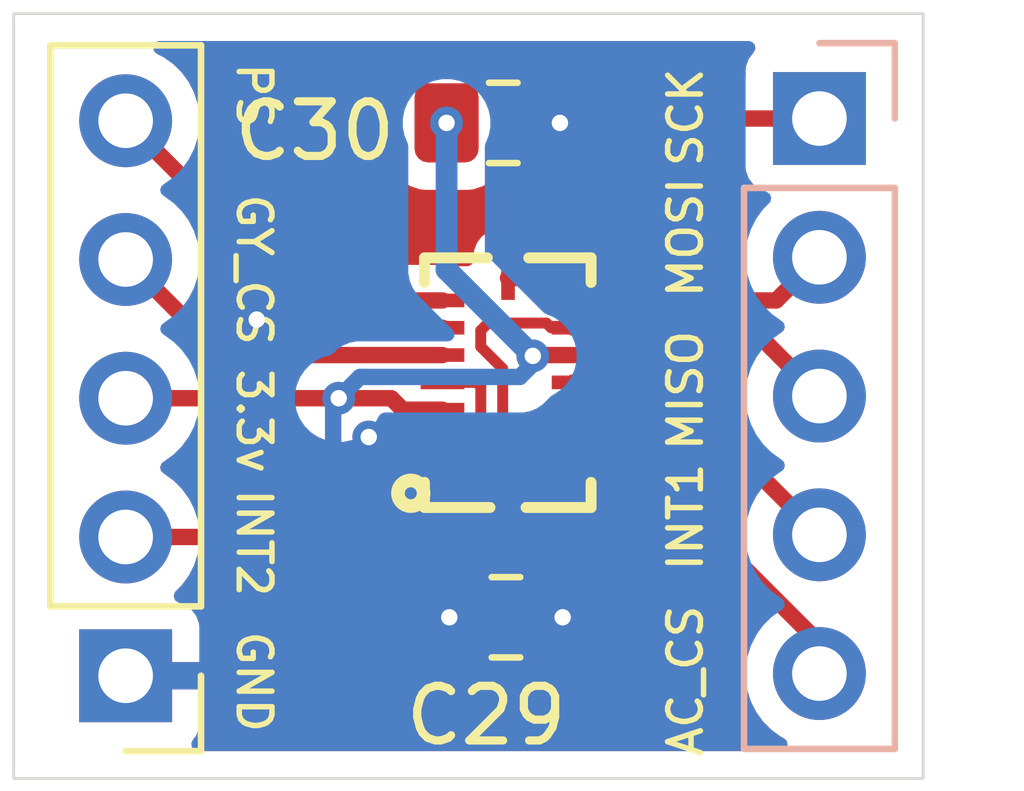
<source format=kicad_pcb>
(kicad_pcb (version 20241229) (generator "pcbnew") (generator_version "9.0")
  (layers (0 "F.Cu" signal) (2 "B.Cu" signal) (13 "F.Paste" user) (15 "B.Paste" user) (5 "F.SilkS" user "F.Silkscreen") (7 "B.SilkS" user "B.Silkscreen") (1 "F.Mask" user) (3 "B.Mask" user) (25 "Edge.Cuts" user))
  (net 0 "")
  (net 1 "GND")
  (net 2 "+3.3V")
  (net 3 "BMI088_GYRO_CS")
  (net 4 "BMI088_MOSI")
  (net 5 "BMI088_MISO")
  (net 6 "BMI088_SCLK")
  (net 7 "BMI088_ACCEL_CS")
  (net 8 "BMI088_ACCEL_INT")
  (net 9 "BMI088_GYRO_INT")
  (net 10 "PS")
  (footprint "Connector_PinHeader_2.54mm:PinHeader_1x05_P2.54mm_Vertical" (layer "F.Cu") (at 159.8 92.87 180)
    (property "Reference" "J4" (hide yes))
    (property "Value" "Conn_01x05_Pin" (hide yes))
    (fp_line (start 1.38 1.27) (end 1.38 11.54) (stroke (width 0.12)) (layer "F.SilkS"))
    (fp_line (start -1.38 11.54) (end 1.38 11.54) (stroke (width 0.12)) (layer "F.SilkS"))
    (fp_line (start -1.38 1.27) (end 1.38 1.27) (stroke (width 0.12)) (layer "F.SilkS"))
    (fp_line (start -1.38 1.27) (end -1.38 11.54) (stroke (width 0.12)) (layer "F.SilkS"))
    (fp_line (start -1.38 0) (end -1.38 -1.38) (stroke (width 0.12)) (layer "F.SilkS"))
    (fp_line (start -1.38 -1.38) (end 0 -1.38) (stroke (width 0.12)) (layer "F.SilkS"))
    (pad "1" thru_hole rect (at 0 0 180) (size 1.7 1.7) (drill 1) (layers "*.Cu" "*.Mask") (net 1 "GND"))
    (pad "2" thru_hole circle (at 0 2.54 180) (size 1.7 1.7) (drill 1) (layers "*.Cu" "*.Mask") (net 8 "BMI088_ACCEL_INT"))
    (pad "3" thru_hole circle (at 0 5.08 180) (size 1.7 1.7) (drill 1) (layers "*.Cu" "*.Mask") (net 2 "+3.3V"))
    (pad "4" thru_hole circle (at 0 7.62 180) (size 1.7 1.7) (drill 1) (layers "*.Cu" "*.Mask") (net 3 "BMI088_GYRO_CS"))
    (pad "5" thru_hole circle (at 0 10.16 180) (size 1.7 1.7) (drill 1) (layers "*.Cu" "*.Mask") (net 10 "PS"))
  )
  (footprint "Capacitor_SMD:C_0805_2012Metric_Pad1.18x1.45mm_HandSolder" (layer "F.Cu") (at 166.7625 91.8)
    (property "Reference" "C29" (at -0.3625 1.8 0) (layer "F.SilkS"))
    (property "Value" "100nF" (hide yes))
    (fp_line (start -0.261252 -0.735) (end 0.261252 -0.735) (stroke (width 0.12)) (layer "F.SilkS"))
    (fp_line (start -0.261252 0.735) (end 0.261252 0.735) (stroke (width 0.12)) (layer "F.SilkS"))
    (pad "1" smd roundrect (at -1.0375 0) (size 1.175 1.45) (layers "F.Cu" "F.Mask" "F.Paste") (roundrect_rratio 0.212766) (net 2 "+3.3V"))
    (pad "2" smd roundrect (at 1.0375 0) (size 1.175 1.45) (layers "F.Cu" "F.Mask" "F.Paste") (roundrect_rratio 0.212766) (net 1 "GND"))
  )
  (footprint "Capacitor_SMD:C_0805_2012Metric_Pad1.18x1.45mm_HandSolder" (layer "F.Cu") (at 166.7125 82.75)
    (property "Reference" "C30" (at -3.45 0.15 0) (layer "F.SilkS"))
    (property "Value" "100nF" (hide yes))
    (fp_line (start -0.261252 -0.735) (end 0.261252 -0.735) (stroke (width 0.12)) (layer "F.SilkS"))
    (fp_line (start -0.261252 0.735) (end 0.261252 0.735) (stroke (width 0.12)) (layer "F.SilkS"))
    (pad "1" smd roundrect (at -1.0375 0) (size 1.175 1.45) (layers "F.Cu" "F.Mask" "F.Paste") (roundrect_rratio 0.212766) (net 2 "+3.3V"))
    (pad "2" smd roundrect (at 1.0375 0) (size 1.175 1.45) (layers "F.Cu" "F.Mask" "F.Paste") (roundrect_rratio 0.212766) (net 1 "GND"))
  )
  (footprint "EasyEDA:LGA-16_L4.5-W3.0-P0.50-BL" (layer "F.Cu") (at 166.8 87.5)
    (property "Reference" "U2" (hide yes))
    (property "Value" "BMI088" (hide yes))
    (fp_line (start -1.53 -2.28) (end -0.38 -2.28) (stroke (width 0.2)) (layer "F.SilkS"))
    (fp_line (start -1.53 -2.16) (end -1.53 -2.28) (stroke (width 0.2)) (layer "F.SilkS"))
    (fp_line (start -1.53 -1.83) (end -1.53 -2.16) (stroke (width 0.2)) (layer "F.SilkS"))
    (fp_line (start -1.53 2.29) (end -1.53 1.83) (stroke (width 0.2)) (layer "F.SilkS"))
    (fp_line (start -0.33 2.29) (end -1.53 2.29) (stroke (width 0.2)) (layer "F.SilkS"))
    (fp_line (start 0.38 -2.28) (end 1.52 -2.28) (stroke (width 0.2)) (layer "F.SilkS"))
    (fp_line (start 1.52 -2.28) (end 1.52 -1.83) (stroke (width 0.2)) (layer "F.SilkS"))
    (fp_line (start 1.52 1.83) (end 1.52 2.29) (stroke (width 0.2)) (layer "F.SilkS"))
    (fp_line (start 1.52 2.29) (end 0.33 2.29) (stroke (width 0.2)) (layer "F.SilkS"))
    (fp_circle (center -1.78 2.03) (end -1.67 2.03) (stroke (width 0.25)) (fill no) (layer "F.SilkS"))
    (pad "1" smd rect (at -1.2 1.5 90) (size 0.25 0.8) (layers "F.Cu" "F.Mask" "F.Paste"))
    (pad "2" smd rect (at -1.2 1 90) (size 0.25 0.8) (layers "F.Cu" "F.Mask" "F.Paste") (net 1 "GND"))
    (pad "3" smd rect (at -1.2 0.5 90) (size 0.25 0.8) (layers "F.Cu" "F.Mask" "F.Paste") (net 2 "+3.3V"))
    (pad "4" smd rect (at -1.2 0 90) (size 0.25 0.8) (layers "F.Cu" "F.Mask" "F.Paste") (net 1 "GND"))
    (pad "5" smd rect (at -1.2 -0.5 90) (size 0.25 0.8) (layers "F.Cu" "F.Mask" "F.Paste") (net 3 "BMI088_GYRO_CS"))
    (pad "6" smd rect (at -1.2 -1 90) (size 0.25 0.8) (layers "F.Cu" "F.Mask" "F.Paste") (net 1 "GND"))
    (pad "7" smd rect (at -1.2 -1.5 90) (size 0.25 0.8) (layers "F.Cu" "F.Mask" "F.Paste") (net 10 "PS"))
    (pad "8" smd rect (at 0 -1.91 180) (size 0.25 0.8) (layers "F.Cu" "F.Mask" "F.Paste") (net 6 "BMI088_SCLK"))
    (pad "9" smd rect (at 1.2 -1.5 270) (size 0.25 0.8) (layers "F.Cu" "F.Mask" "F.Paste") (net 4 "BMI088_MOSI"))
    (pad "10" smd rect (at 1.2 -1 270) (size 0.25 0.8) (layers "F.Cu" "F.Mask" "F.Paste") (net 5 "BMI088_MISO"))
    (pad "11" smd rect (at 1.2 -0.5 270) (size 0.25 0.8) (layers "F.Cu" "F.Mask" "F.Paste") (net 2 "+3.3V"))
    (pad "12" smd rect (at 1.2 0 270) (size 0.25 0.8) (layers "F.Cu" "F.Mask" "F.Paste") (net 9 "BMI088_GYRO_INT"))
    (pad "13" smd rect (at 1.2 0.5 270) (size 0.25 0.8) (layers "F.Cu" "F.Mask" "F.Paste"))
    (pad "14" smd rect (at 1.2 1 270) (size 0.25 0.8) (layers "F.Cu" "F.Mask" "F.Paste") (net 7 "BMI088_ACCEL_CS"))
    (pad "15" smd rect (at 1.2 1.5 270) (size 0.25 0.8) (layers "F.Cu" "F.Mask" "F.Paste") (net 5 "BMI088_MISO"))
    (pad "16" smd rect (at 0 1.91) (size 0.25 0.8) (layers "F.Cu" "F.Mask" "F.Paste") (net 8 "BMI088_ACCEL_INT"))
  )
  (footprint "Connector_PinHeader_2.54mm:PinHeader_1x05_P2.54mm_Vertical" (layer "B.Cu") (at 172.5 82.67 180)
    (property "Reference" "J3" (hide yes))
    (property "Value" "Conn_01x05_Pin" (hide yes))
    (fp_line (start 1.38 -1.27) (end 1.38 -11.54) (stroke (width 0.12)) (layer "B.SilkS"))
    (fp_line (start -1.38 1.38) (end 0 1.38) (stroke (width 0.12)) (layer "B.SilkS"))
    (fp_line (start -1.38 0) (end -1.38 1.38) (stroke (width 0.12)) (layer "B.SilkS"))
    (fp_line (start -1.38 -1.27) (end 1.38 -1.27) (stroke (width 0.12)) (layer "B.SilkS"))
    (fp_line (start -1.38 -1.27) (end -1.38 -11.54) (stroke (width 0.12)) (layer "B.SilkS"))
    (fp_line (start -1.38 -11.54) (end 1.38 -11.54) (stroke (width 0.12)) (layer "B.SilkS"))
    (pad "1" thru_hole rect (at 0 0 180) (size 1.7 1.7) (drill 1) (layers "*.Cu" "*.Mask") (net 6 "BMI088_SCLK"))
    (pad "2" thru_hole circle (at 0 -2.54 180) (size 1.7 1.7) (drill 1) (layers "*.Cu" "*.Mask") (net 4 "BMI088_MOSI"))
    (pad "3" thru_hole circle (at 0 -5.08 180) (size 1.7 1.7) (drill 1) (layers "*.Cu" "*.Mask") (net 5 "BMI088_MISO"))
    (pad "4" thru_hole circle (at 0 -7.62 180) (size 1.7 1.7) (drill 1) (layers "*.Cu" "*.Mask") (net 9 "BMI088_GYRO_INT"))
    (pad "5" thru_hole circle (at 0 -10.16 180) (size 1.7 1.7) (drill 1) (layers "*.Cu" "*.Mask") (net 7 "BMI088_ACCEL_CS"))
  )
  (gr_rect (start 157.75 80.75) (end 174.4 94.75) (stroke (width 0.05)) (fill no) (layer "Edge.Cuts"))
  (gr_text "3.3v" (at 161.8 87.2 270) (layer "F.SilkS") (effects (font (size 0.6 0.6) (thickness 0.1)) (justify left bottom)))
  (gr_text "MISO" (at 170.4 88.8 90) (layer "F.SilkS") (effects (font (size 0.6 0.6) (thickness 0.1)) (justify left bottom)))
  (gr_text "AC_CS" (at 170.4 94.4 90) (layer "F.SilkS") (effects (font (size 0.6 0.6) (thickness 0.1)) (justify left bottom)))
  (gr_text "INT2" (at 161.8 89.4 270) (layer "F.SilkS") (effects (font (size 0.6 0.6) (thickness 0.1)) (justify left bottom)))
  (gr_text "SCK" (at 170.4 83.6 90) (layer "F.SilkS") (effects (font (size 0.6 0.6) (thickness 0.1)) (justify left bottom)))
  (gr_text "MOSI" (at 170.4 86 90) (layer "F.SilkS") (effects (font (size 0.6 0.6) (thickness 0.1)) (justify left bottom)))
  (gr_text "GND" (at 161.8 92 270) (layer "F.SilkS") (effects (font (size 0.6 0.6) (thickness 0.1)) (justify left bottom)))
  (gr_text "GY_CS" (at 161.8 84 270) (layer "F.SilkS") (effects (font (size 0.6 0.6) (thickness 0.1)) (justify left bottom)))
  (gr_text "INT1" (at 170.4 91 90) (layer "F.SilkS") (effects (font (size 0.6 0.6) (thickness 0.1)) (justify left bottom)))
  (gr_text "PS" (at 161.8 81.6 270) (layer "F.SilkS") (effects (font (size 0.6 0.6) (thickness 0.1)) (justify left bottom)))
  (segment (start 166.151 88.5) (end 165.6 88.5) (width 0.2) (layer "F.Cu") (net 1))
  (segment (start 162.35 86.5) (end 165.6 86.5) (width 0.3) (layer "F.Cu") (net 1))
  (segment (start 165.6 87.5) (end 166.227 87.5) (width 0.2) (layer "F.Cu") (net 1))
  (segment (start 165.6 88.5) (end 164.25 88.5) (width 0.3) (layer "F.Cu") (net 1))
  (segment (start 166.301 88.35) (end 166.151 88.5) (width 0.2) (layer "F.Cu") (net 1))
  (segment (start 162.2 86.35) (end 162.35 86.5) (width 0.3) (layer "F.Cu") (net 1))
  (segment (start 166.227 87.5) (end 166.301 87.574) (width 0.2) (layer "F.Cu") (net 1))
  (segment (start 166.301 87.574) (end 166.301 88.35) (width 0.2) (layer "F.Cu") (net 1))
  (via (at 167.8 91.8) (size 0.6) (drill 0.3) (layers "F.Cu" "B.Cu") (net 1))
  (via (at 167.75 82.75) (size 0.6) (drill 0.3) (layers "F.Cu" "B.Cu") (net 1))
  (via (at 164.25 88.5) (size 0.6) (drill 0.3) (layers "F.Cu" "B.Cu") (net 1))
  (via (at 162.2 86.35) (size 0.6) (drill 0.3) (layers "F.Cu" "B.Cu") (net 1))
  (segment (start 167.253262 87.01476) (end 167.253295 87.01476) (width 0.3) (layer "F.Cu") (net 2))
  (segment (start 164.663 87.79) (end 163.7 87.79) (width 0.3) (layer "F.Cu") (net 2))
  (segment (start 167.436019 86.986019) (end 167.45 87) (width 0.3) (layer "F.Cu") (net 2))
  (segment (start 164.873 88) (end 164.663 87.79) (width 0.3) (layer "F.Cu") (net 2))
  (segment (start 167.282036 86.986019) (end 167.436019 86.986019) (width 0.3) (layer "F.Cu") (net 2))
  (segment (start 165.6 88) (end 164.873 88) (width 0.3) (layer "F.Cu") (net 2))
  (segment (start 163.7 87.79) (end 159.8 87.79) (width 0.3) (layer "F.Cu") (net 2))
  (segment (start 167.253295 87.01476) (end 167.282036 86.986019) (width 0.3) (layer "F.Cu") (net 2))
  (segment (start 167.45 87) (end 168 87) (width 0.3) (layer "F.Cu") (net 2))
  (via (at 163.7 87.79) (size 0.6) (drill 0.3) (layers "F.Cu" "B.Cu") (net 2))
  (via (at 165.675 82.75) (size 0.6) (drill 0.3) (layers "F.Cu" "B.Cu") (net 2))
  (via (at 167.253262 87.01476) (size 0.6) (drill 0.3) (layers "F.Cu" "B.Cu") (net 2))
  (via (at 165.725 91.8) (size 0.6) (drill 0.3) (layers "F.Cu" "B.Cu") (net 2))
  (segment (start 165.675 85.436498) (end 167.253262 87.01476) (width 0.4) (layer "B.Cu") (net 2))
  (segment (start 163.599 89.674) (end 163.599 87.891) (width 0.3) (layer "B.Cu") (net 2))
  (segment (start 167.254071 87.015569) (end 167.254071 87.162771) (width 0.3) (layer "B.Cu") (net 2))
  (segment (start 163.599 87.891) (end 163.7 87.79) (width 0.3) (layer "B.Cu") (net 2))
  (segment (start 167.254071 87.162771) (end 167.016842 87.4) (width 0.3) (layer "B.Cu") (net 2))
  (segment (start 167.253262 87.01476) (end 167.254071 87.015569) (width 0.3) (layer "B.Cu") (net 2))
  (segment (start 165.675 82.75) (end 165.675 85.436498) (width 0.4) (layer "B.Cu") (net 2))
  (segment (start 164.09 87.4) (end 163.7 87.79) (width 0.3) (layer "B.Cu") (net 2))
  (segment (start 165.725 91.8) (end 163.599 89.674) (width 0.3) (layer "B.Cu") (net 2))
  (segment (start 167.016842 87.4) (end 164.09 87.4) (width 0.3) (layer "B.Cu") (net 2))
  (segment (start 161.55 87) (end 159.8 85.25) (width 0.3) (layer "F.Cu") (net 3))
  (segment (start 165.6 87) (end 161.55 87) (width 0.3) (layer "F.Cu") (net 3))
  (segment (start 171.71 86) (end 172.5 85.21) (width 0.3) (layer "F.Cu") (net 4))
  (segment (start 168 86) (end 171.71 86) (width 0.3) (layer "F.Cu") (net 4))
  (segment (start 167.373 89) (end 166.702 88.329) (width 0.2) (layer "F.Cu") (net 5))
  (segment (start 168 89) (end 167.373 89) (width 0.2) (layer "F.Cu") (net 5))
  (segment (start 166.7 87.246929) (end 166.3 86.846929) (width 0.2) (layer "F.Cu") (net 5))
  (segment (start 167.502205 86.41376) (end 167.588445 86.5) (width 0.2) (layer "F.Cu") (net 5))
  (segment (start 166.43624 86.41376) (end 167.502205 86.41376) (width 0.2) (layer "F.Cu") (net 5))
  (segment (start 166.3 86.846929) (end 166.3 86.55) (width 0.2) (layer "F.Cu") (net 5))
  (segment (start 166.702 88.329) (end 166.702 87.4079) (width 0.2) (layer "F.Cu") (net 5))
  (segment (start 166.702 87.4079) (end 166.7 87.4059) (width 0.2) (layer "F.Cu") (net 5))
  (segment (start 166.7 87.4059) (end 166.7 87.246929) (width 0.2) (layer "F.Cu") (net 5))
  (segment (start 168 86.5) (end 171.25 86.5) (width 0.3) (layer "F.Cu") (net 5))
  (segment (start 167.588445 86.5) (end 168 86.5) (width 0.2) (layer "F.Cu") (net 5))
  (segment (start 171.25 86.5) (end 172.5 87.75) (width 0.3) (layer "F.Cu") (net 5))
  (segment (start 166.3 86.55) (end 166.43624 86.41376) (width 0.2) (layer "F.Cu") (net 5))
  (segment (start 167.249 85.59) (end 170.169 82.67) (width 0.3) (layer "F.Cu") (net 6))
  (segment (start 166.8 85.59) (end 167.249 85.59) (width 0.3) (layer "F.Cu") (net 6))
  (segment (start 170.169 82.67) (end 172.5 82.67) (width 0.3) (layer "F.Cu") (net 6))
  (segment (start 168 88.5) (end 168.727 88.5) (width 0.3) (layer "F.Cu") (net 7))
  (segment (start 172.5 92.273) (end 172.5 92.83) (width 0.3) (layer "F.Cu") (net 7))
  (segment (start 168.727 88.5) (end 172.5 92.273) (width 0.3) (layer "F.Cu") (net 7))
  (segment (start 165.88 90.33) (end 159.8 90.33) (width 0.3) (layer "F.Cu") (net 8))
  (segment (start 166.8 89.41) (end 165.88 90.33) (width 0.3) (layer "F.Cu") (net 8))
  (segment (start 168 87.5) (end 169.71 87.5) (width 0.3) (layer "F.Cu") (net 9))
  (segment (start 169.71 87.5) (end 172.5 90.29) (width 0.3) (layer "F.Cu") (net 9))
  (segment (start 163.09 86) (end 159.8 82.71) (width 0.3) (layer "F.Cu") (net 10))
  (segment (start 165.6 86) (end 163.09 86) (width 0.3) (layer "F.Cu") (net 10))
  (zone (net 1) (net_name "GND") (layers "F.Cu" "B.Cu") (priority 1) (connect_pads (clearance 0.5)) (min_thickness 0.25) (fill yes (thermal_gap 0.5) (thermal_bridge_width 0.5))
    (polygon (pts (xy 157.5 80.5) (xy 176.25 80.5) (xy 176.25 95) (xy 157.5 95)))
  )
)
</source>
